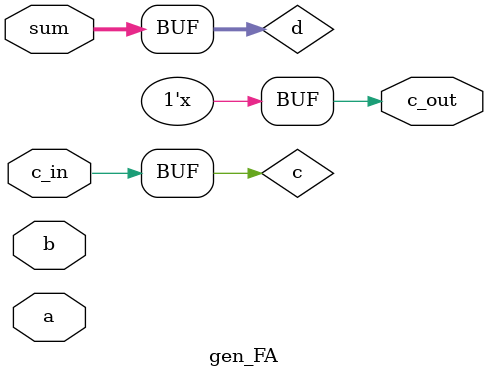
<source format=v>
`timescale 1ns / 1ps


module gen_FA(c_out, sum, a, b, c_in);

    parameter               width = 0;		
    
    input [width-1:0]		a, b, sum;
    input                   c_in; //declare inputs a, b and c_in, 1 bit each
    output	                c_out; //declare outputs c_out and sum, 1 bit each
    
    wire [width:0]          c; // wire for c_in/out
    wire [width-1:0]        d; // wire for sum
        
    genvar i;
    generate
    for (i=0; i<width; i=i+1) begin: FA_gen
        FA_str addyWaddy(c[i+1], d[i], a[i], b[i], c[i]);
        end
    endgenerate
    
    assign sum = d;
    assign c_out = c[width-1];
    assign c[0] = c_in;

endmodule

</source>
